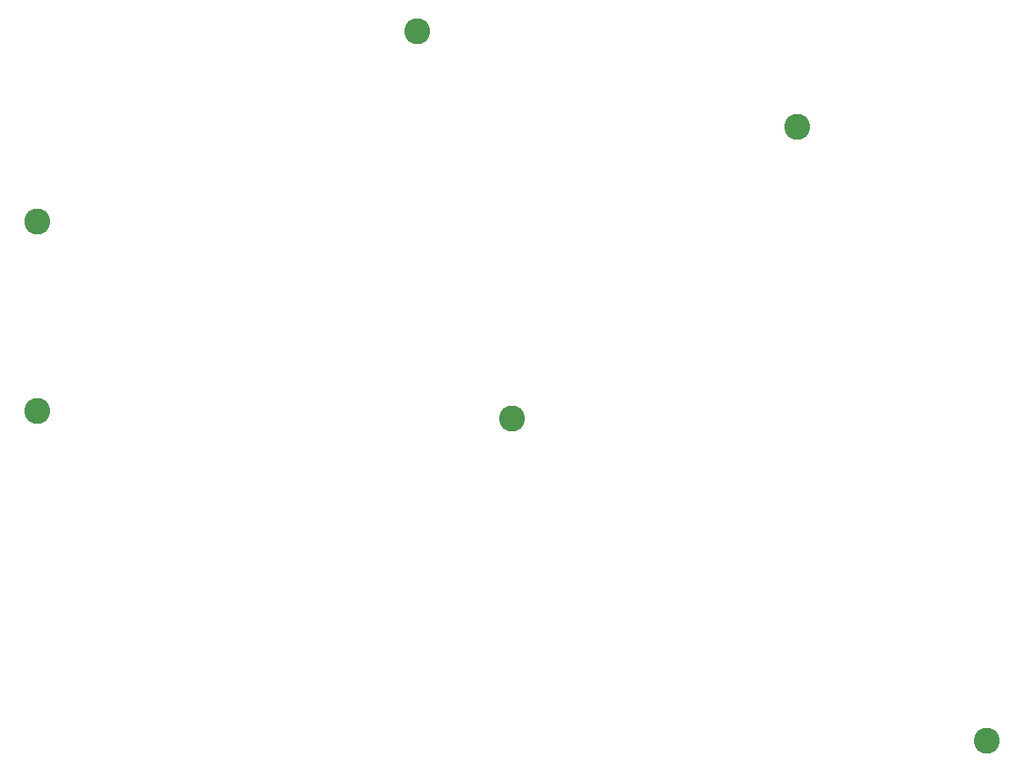
<source format=gbr>
%TF.GenerationSoftware,KiCad,Pcbnew,(6.0.9)*%
%TF.CreationDate,2023-04-16T13:38:52+02:00*%
%TF.ProjectId,iteMX_top,6974654d-585f-4746-9f70-2e6b69636164,v1.0.0*%
%TF.SameCoordinates,Original*%
%TF.FileFunction,Soldermask,Top*%
%TF.FilePolarity,Negative*%
%FSLAX46Y46*%
G04 Gerber Fmt 4.6, Leading zero omitted, Abs format (unit mm)*
G04 Created by KiCad (PCBNEW (6.0.9)) date 2023-04-16 13:38:52*
%MOMM*%
%LPD*%
G01*
G04 APERTURE LIST*
%ADD10C,2.600000*%
G04 APERTURE END LIST*
D10*
%TO.C,*%
X9500000Y10500000D03*
%TD*%
%TO.C,*%
X9500000Y29500000D03*
%TD*%
%TO.C,*%
X47500000Y48500000D03*
%TD*%
%TO.C,*%
X85500000Y39000000D03*
%TD*%
%TO.C,*%
X104500000Y-22500000D03*
%TD*%
%TO.C,*%
X57000000Y9750000D03*
%TD*%
M02*

</source>
